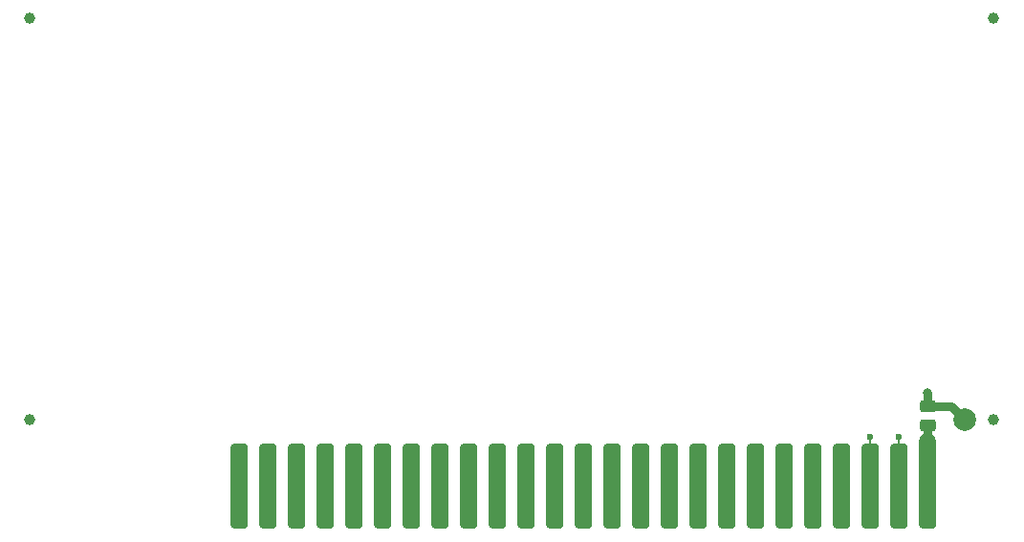
<source format=gtl>
G04 #@! TF.GenerationSoftware,KiCad,Pcbnew,(5.1.2-1)-1*
G04 #@! TF.CreationDate,2019-07-21T10:06:24-04:00*
G04 #@! TF.ProjectId,BUSJUMP,4255534a-554d-4502-9e6b-696361645f70,rev?*
G04 #@! TF.SameCoordinates,Original*
G04 #@! TF.FileFunction,Copper,L1,Top*
G04 #@! TF.FilePolarity,Positive*
%FSLAX46Y46*%
G04 Gerber Fmt 4.6, Leading zero omitted, Abs format (unit mm)*
G04 Created by KiCad (PCBNEW (5.1.2-1)-1) date 2019-07-21 10:06:24*
%MOMM*%
%LPD*%
G04 APERTURE LIST*
%ADD10C,1.000000*%
%ADD11C,0.100000*%
%ADD12C,1.524000*%
%ADD13C,1.050000*%
%ADD14C,2.000000*%
%ADD15C,0.800000*%
%ADD16C,0.600000*%
%ADD17C,1.524000*%
%ADD18C,0.762000*%
%ADD19C,0.152400*%
G04 APERTURE END LIST*
D10*
X117602000Y-129540000D03*
X32258000Y-93980000D03*
X32258000Y-129540000D03*
X117602000Y-93980000D03*
D11*
G36*
X112178345Y-131613835D02*
G01*
X112215329Y-131619321D01*
X112251598Y-131628406D01*
X112286802Y-131641002D01*
X112320602Y-131656988D01*
X112352672Y-131676210D01*
X112382704Y-131698483D01*
X112410408Y-131723592D01*
X112435517Y-131751296D01*
X112457790Y-131781328D01*
X112477012Y-131813398D01*
X112492998Y-131847198D01*
X112505594Y-131882402D01*
X112514679Y-131918671D01*
X112520165Y-131955655D01*
X112522000Y-131993000D01*
X112522000Y-138771000D01*
X112520165Y-138808345D01*
X112514679Y-138845329D01*
X112505594Y-138881598D01*
X112492998Y-138916802D01*
X112477012Y-138950602D01*
X112457790Y-138982672D01*
X112435517Y-139012704D01*
X112410408Y-139040408D01*
X112382704Y-139065517D01*
X112352672Y-139087790D01*
X112320602Y-139107012D01*
X112286802Y-139122998D01*
X112251598Y-139135594D01*
X112215329Y-139144679D01*
X112178345Y-139150165D01*
X112141000Y-139152000D01*
X111379000Y-139152000D01*
X111341655Y-139150165D01*
X111304671Y-139144679D01*
X111268402Y-139135594D01*
X111233198Y-139122998D01*
X111199398Y-139107012D01*
X111167328Y-139087790D01*
X111137296Y-139065517D01*
X111109592Y-139040408D01*
X111084483Y-139012704D01*
X111062210Y-138982672D01*
X111042988Y-138950602D01*
X111027002Y-138916802D01*
X111014406Y-138881598D01*
X111005321Y-138845329D01*
X110999835Y-138808345D01*
X110998000Y-138771000D01*
X110998000Y-131993000D01*
X110999835Y-131955655D01*
X111005321Y-131918671D01*
X111014406Y-131882402D01*
X111027002Y-131847198D01*
X111042988Y-131813398D01*
X111062210Y-131781328D01*
X111084483Y-131751296D01*
X111109592Y-131723592D01*
X111137296Y-131698483D01*
X111167328Y-131676210D01*
X111199398Y-131656988D01*
X111233198Y-131641002D01*
X111268402Y-131628406D01*
X111304671Y-131619321D01*
X111341655Y-131613835D01*
X111379000Y-131612000D01*
X112141000Y-131612000D01*
X112178345Y-131613835D01*
X112178345Y-131613835D01*
G37*
D12*
X111760000Y-135382000D03*
D11*
G36*
X109638345Y-131613835D02*
G01*
X109675329Y-131619321D01*
X109711598Y-131628406D01*
X109746802Y-131641002D01*
X109780602Y-131656988D01*
X109812672Y-131676210D01*
X109842704Y-131698483D01*
X109870408Y-131723592D01*
X109895517Y-131751296D01*
X109917790Y-131781328D01*
X109937012Y-131813398D01*
X109952998Y-131847198D01*
X109965594Y-131882402D01*
X109974679Y-131918671D01*
X109980165Y-131955655D01*
X109982000Y-131993000D01*
X109982000Y-138771000D01*
X109980165Y-138808345D01*
X109974679Y-138845329D01*
X109965594Y-138881598D01*
X109952998Y-138916802D01*
X109937012Y-138950602D01*
X109917790Y-138982672D01*
X109895517Y-139012704D01*
X109870408Y-139040408D01*
X109842704Y-139065517D01*
X109812672Y-139087790D01*
X109780602Y-139107012D01*
X109746802Y-139122998D01*
X109711598Y-139135594D01*
X109675329Y-139144679D01*
X109638345Y-139150165D01*
X109601000Y-139152000D01*
X108839000Y-139152000D01*
X108801655Y-139150165D01*
X108764671Y-139144679D01*
X108728402Y-139135594D01*
X108693198Y-139122998D01*
X108659398Y-139107012D01*
X108627328Y-139087790D01*
X108597296Y-139065517D01*
X108569592Y-139040408D01*
X108544483Y-139012704D01*
X108522210Y-138982672D01*
X108502988Y-138950602D01*
X108487002Y-138916802D01*
X108474406Y-138881598D01*
X108465321Y-138845329D01*
X108459835Y-138808345D01*
X108458000Y-138771000D01*
X108458000Y-131993000D01*
X108459835Y-131955655D01*
X108465321Y-131918671D01*
X108474406Y-131882402D01*
X108487002Y-131847198D01*
X108502988Y-131813398D01*
X108522210Y-131781328D01*
X108544483Y-131751296D01*
X108569592Y-131723592D01*
X108597296Y-131698483D01*
X108627328Y-131676210D01*
X108659398Y-131656988D01*
X108693198Y-131641002D01*
X108728402Y-131628406D01*
X108764671Y-131619321D01*
X108801655Y-131613835D01*
X108839000Y-131612000D01*
X109601000Y-131612000D01*
X109638345Y-131613835D01*
X109638345Y-131613835D01*
G37*
D12*
X109220000Y-135382000D03*
D11*
G36*
X107098345Y-131613835D02*
G01*
X107135329Y-131619321D01*
X107171598Y-131628406D01*
X107206802Y-131641002D01*
X107240602Y-131656988D01*
X107272672Y-131676210D01*
X107302704Y-131698483D01*
X107330408Y-131723592D01*
X107355517Y-131751296D01*
X107377790Y-131781328D01*
X107397012Y-131813398D01*
X107412998Y-131847198D01*
X107425594Y-131882402D01*
X107434679Y-131918671D01*
X107440165Y-131955655D01*
X107442000Y-131993000D01*
X107442000Y-138771000D01*
X107440165Y-138808345D01*
X107434679Y-138845329D01*
X107425594Y-138881598D01*
X107412998Y-138916802D01*
X107397012Y-138950602D01*
X107377790Y-138982672D01*
X107355517Y-139012704D01*
X107330408Y-139040408D01*
X107302704Y-139065517D01*
X107272672Y-139087790D01*
X107240602Y-139107012D01*
X107206802Y-139122998D01*
X107171598Y-139135594D01*
X107135329Y-139144679D01*
X107098345Y-139150165D01*
X107061000Y-139152000D01*
X106299000Y-139152000D01*
X106261655Y-139150165D01*
X106224671Y-139144679D01*
X106188402Y-139135594D01*
X106153198Y-139122998D01*
X106119398Y-139107012D01*
X106087328Y-139087790D01*
X106057296Y-139065517D01*
X106029592Y-139040408D01*
X106004483Y-139012704D01*
X105982210Y-138982672D01*
X105962988Y-138950602D01*
X105947002Y-138916802D01*
X105934406Y-138881598D01*
X105925321Y-138845329D01*
X105919835Y-138808345D01*
X105918000Y-138771000D01*
X105918000Y-131993000D01*
X105919835Y-131955655D01*
X105925321Y-131918671D01*
X105934406Y-131882402D01*
X105947002Y-131847198D01*
X105962988Y-131813398D01*
X105982210Y-131781328D01*
X106004483Y-131751296D01*
X106029592Y-131723592D01*
X106057296Y-131698483D01*
X106087328Y-131676210D01*
X106119398Y-131656988D01*
X106153198Y-131641002D01*
X106188402Y-131628406D01*
X106224671Y-131619321D01*
X106261655Y-131613835D01*
X106299000Y-131612000D01*
X107061000Y-131612000D01*
X107098345Y-131613835D01*
X107098345Y-131613835D01*
G37*
D12*
X106680000Y-135382000D03*
D11*
G36*
X104558345Y-131613835D02*
G01*
X104595329Y-131619321D01*
X104631598Y-131628406D01*
X104666802Y-131641002D01*
X104700602Y-131656988D01*
X104732672Y-131676210D01*
X104762704Y-131698483D01*
X104790408Y-131723592D01*
X104815517Y-131751296D01*
X104837790Y-131781328D01*
X104857012Y-131813398D01*
X104872998Y-131847198D01*
X104885594Y-131882402D01*
X104894679Y-131918671D01*
X104900165Y-131955655D01*
X104902000Y-131993000D01*
X104902000Y-138771000D01*
X104900165Y-138808345D01*
X104894679Y-138845329D01*
X104885594Y-138881598D01*
X104872998Y-138916802D01*
X104857012Y-138950602D01*
X104837790Y-138982672D01*
X104815517Y-139012704D01*
X104790408Y-139040408D01*
X104762704Y-139065517D01*
X104732672Y-139087790D01*
X104700602Y-139107012D01*
X104666802Y-139122998D01*
X104631598Y-139135594D01*
X104595329Y-139144679D01*
X104558345Y-139150165D01*
X104521000Y-139152000D01*
X103759000Y-139152000D01*
X103721655Y-139150165D01*
X103684671Y-139144679D01*
X103648402Y-139135594D01*
X103613198Y-139122998D01*
X103579398Y-139107012D01*
X103547328Y-139087790D01*
X103517296Y-139065517D01*
X103489592Y-139040408D01*
X103464483Y-139012704D01*
X103442210Y-138982672D01*
X103422988Y-138950602D01*
X103407002Y-138916802D01*
X103394406Y-138881598D01*
X103385321Y-138845329D01*
X103379835Y-138808345D01*
X103378000Y-138771000D01*
X103378000Y-131993000D01*
X103379835Y-131955655D01*
X103385321Y-131918671D01*
X103394406Y-131882402D01*
X103407002Y-131847198D01*
X103422988Y-131813398D01*
X103442210Y-131781328D01*
X103464483Y-131751296D01*
X103489592Y-131723592D01*
X103517296Y-131698483D01*
X103547328Y-131676210D01*
X103579398Y-131656988D01*
X103613198Y-131641002D01*
X103648402Y-131628406D01*
X103684671Y-131619321D01*
X103721655Y-131613835D01*
X103759000Y-131612000D01*
X104521000Y-131612000D01*
X104558345Y-131613835D01*
X104558345Y-131613835D01*
G37*
D12*
X104140000Y-135382000D03*
D11*
G36*
X102018345Y-131613835D02*
G01*
X102055329Y-131619321D01*
X102091598Y-131628406D01*
X102126802Y-131641002D01*
X102160602Y-131656988D01*
X102192672Y-131676210D01*
X102222704Y-131698483D01*
X102250408Y-131723592D01*
X102275517Y-131751296D01*
X102297790Y-131781328D01*
X102317012Y-131813398D01*
X102332998Y-131847198D01*
X102345594Y-131882402D01*
X102354679Y-131918671D01*
X102360165Y-131955655D01*
X102362000Y-131993000D01*
X102362000Y-138771000D01*
X102360165Y-138808345D01*
X102354679Y-138845329D01*
X102345594Y-138881598D01*
X102332998Y-138916802D01*
X102317012Y-138950602D01*
X102297790Y-138982672D01*
X102275517Y-139012704D01*
X102250408Y-139040408D01*
X102222704Y-139065517D01*
X102192672Y-139087790D01*
X102160602Y-139107012D01*
X102126802Y-139122998D01*
X102091598Y-139135594D01*
X102055329Y-139144679D01*
X102018345Y-139150165D01*
X101981000Y-139152000D01*
X101219000Y-139152000D01*
X101181655Y-139150165D01*
X101144671Y-139144679D01*
X101108402Y-139135594D01*
X101073198Y-139122998D01*
X101039398Y-139107012D01*
X101007328Y-139087790D01*
X100977296Y-139065517D01*
X100949592Y-139040408D01*
X100924483Y-139012704D01*
X100902210Y-138982672D01*
X100882988Y-138950602D01*
X100867002Y-138916802D01*
X100854406Y-138881598D01*
X100845321Y-138845329D01*
X100839835Y-138808345D01*
X100838000Y-138771000D01*
X100838000Y-131993000D01*
X100839835Y-131955655D01*
X100845321Y-131918671D01*
X100854406Y-131882402D01*
X100867002Y-131847198D01*
X100882988Y-131813398D01*
X100902210Y-131781328D01*
X100924483Y-131751296D01*
X100949592Y-131723592D01*
X100977296Y-131698483D01*
X101007328Y-131676210D01*
X101039398Y-131656988D01*
X101073198Y-131641002D01*
X101108402Y-131628406D01*
X101144671Y-131619321D01*
X101181655Y-131613835D01*
X101219000Y-131612000D01*
X101981000Y-131612000D01*
X102018345Y-131613835D01*
X102018345Y-131613835D01*
G37*
D12*
X101600000Y-135382000D03*
D11*
G36*
X99478345Y-131613835D02*
G01*
X99515329Y-131619321D01*
X99551598Y-131628406D01*
X99586802Y-131641002D01*
X99620602Y-131656988D01*
X99652672Y-131676210D01*
X99682704Y-131698483D01*
X99710408Y-131723592D01*
X99735517Y-131751296D01*
X99757790Y-131781328D01*
X99777012Y-131813398D01*
X99792998Y-131847198D01*
X99805594Y-131882402D01*
X99814679Y-131918671D01*
X99820165Y-131955655D01*
X99822000Y-131993000D01*
X99822000Y-138771000D01*
X99820165Y-138808345D01*
X99814679Y-138845329D01*
X99805594Y-138881598D01*
X99792998Y-138916802D01*
X99777012Y-138950602D01*
X99757790Y-138982672D01*
X99735517Y-139012704D01*
X99710408Y-139040408D01*
X99682704Y-139065517D01*
X99652672Y-139087790D01*
X99620602Y-139107012D01*
X99586802Y-139122998D01*
X99551598Y-139135594D01*
X99515329Y-139144679D01*
X99478345Y-139150165D01*
X99441000Y-139152000D01*
X98679000Y-139152000D01*
X98641655Y-139150165D01*
X98604671Y-139144679D01*
X98568402Y-139135594D01*
X98533198Y-139122998D01*
X98499398Y-139107012D01*
X98467328Y-139087790D01*
X98437296Y-139065517D01*
X98409592Y-139040408D01*
X98384483Y-139012704D01*
X98362210Y-138982672D01*
X98342988Y-138950602D01*
X98327002Y-138916802D01*
X98314406Y-138881598D01*
X98305321Y-138845329D01*
X98299835Y-138808345D01*
X98298000Y-138771000D01*
X98298000Y-131993000D01*
X98299835Y-131955655D01*
X98305321Y-131918671D01*
X98314406Y-131882402D01*
X98327002Y-131847198D01*
X98342988Y-131813398D01*
X98362210Y-131781328D01*
X98384483Y-131751296D01*
X98409592Y-131723592D01*
X98437296Y-131698483D01*
X98467328Y-131676210D01*
X98499398Y-131656988D01*
X98533198Y-131641002D01*
X98568402Y-131628406D01*
X98604671Y-131619321D01*
X98641655Y-131613835D01*
X98679000Y-131612000D01*
X99441000Y-131612000D01*
X99478345Y-131613835D01*
X99478345Y-131613835D01*
G37*
D12*
X99060000Y-135382000D03*
D11*
G36*
X96938345Y-131613835D02*
G01*
X96975329Y-131619321D01*
X97011598Y-131628406D01*
X97046802Y-131641002D01*
X97080602Y-131656988D01*
X97112672Y-131676210D01*
X97142704Y-131698483D01*
X97170408Y-131723592D01*
X97195517Y-131751296D01*
X97217790Y-131781328D01*
X97237012Y-131813398D01*
X97252998Y-131847198D01*
X97265594Y-131882402D01*
X97274679Y-131918671D01*
X97280165Y-131955655D01*
X97282000Y-131993000D01*
X97282000Y-138771000D01*
X97280165Y-138808345D01*
X97274679Y-138845329D01*
X97265594Y-138881598D01*
X97252998Y-138916802D01*
X97237012Y-138950602D01*
X97217790Y-138982672D01*
X97195517Y-139012704D01*
X97170408Y-139040408D01*
X97142704Y-139065517D01*
X97112672Y-139087790D01*
X97080602Y-139107012D01*
X97046802Y-139122998D01*
X97011598Y-139135594D01*
X96975329Y-139144679D01*
X96938345Y-139150165D01*
X96901000Y-139152000D01*
X96139000Y-139152000D01*
X96101655Y-139150165D01*
X96064671Y-139144679D01*
X96028402Y-139135594D01*
X95993198Y-139122998D01*
X95959398Y-139107012D01*
X95927328Y-139087790D01*
X95897296Y-139065517D01*
X95869592Y-139040408D01*
X95844483Y-139012704D01*
X95822210Y-138982672D01*
X95802988Y-138950602D01*
X95787002Y-138916802D01*
X95774406Y-138881598D01*
X95765321Y-138845329D01*
X95759835Y-138808345D01*
X95758000Y-138771000D01*
X95758000Y-131993000D01*
X95759835Y-131955655D01*
X95765321Y-131918671D01*
X95774406Y-131882402D01*
X95787002Y-131847198D01*
X95802988Y-131813398D01*
X95822210Y-131781328D01*
X95844483Y-131751296D01*
X95869592Y-131723592D01*
X95897296Y-131698483D01*
X95927328Y-131676210D01*
X95959398Y-131656988D01*
X95993198Y-131641002D01*
X96028402Y-131628406D01*
X96064671Y-131619321D01*
X96101655Y-131613835D01*
X96139000Y-131612000D01*
X96901000Y-131612000D01*
X96938345Y-131613835D01*
X96938345Y-131613835D01*
G37*
D12*
X96520000Y-135382000D03*
D11*
G36*
X94398345Y-131613835D02*
G01*
X94435329Y-131619321D01*
X94471598Y-131628406D01*
X94506802Y-131641002D01*
X94540602Y-131656988D01*
X94572672Y-131676210D01*
X94602704Y-131698483D01*
X94630408Y-131723592D01*
X94655517Y-131751296D01*
X94677790Y-131781328D01*
X94697012Y-131813398D01*
X94712998Y-131847198D01*
X94725594Y-131882402D01*
X94734679Y-131918671D01*
X94740165Y-131955655D01*
X94742000Y-131993000D01*
X94742000Y-138771000D01*
X94740165Y-138808345D01*
X94734679Y-138845329D01*
X94725594Y-138881598D01*
X94712998Y-138916802D01*
X94697012Y-138950602D01*
X94677790Y-138982672D01*
X94655517Y-139012704D01*
X94630408Y-139040408D01*
X94602704Y-139065517D01*
X94572672Y-139087790D01*
X94540602Y-139107012D01*
X94506802Y-139122998D01*
X94471598Y-139135594D01*
X94435329Y-139144679D01*
X94398345Y-139150165D01*
X94361000Y-139152000D01*
X93599000Y-139152000D01*
X93561655Y-139150165D01*
X93524671Y-139144679D01*
X93488402Y-139135594D01*
X93453198Y-139122998D01*
X93419398Y-139107012D01*
X93387328Y-139087790D01*
X93357296Y-139065517D01*
X93329592Y-139040408D01*
X93304483Y-139012704D01*
X93282210Y-138982672D01*
X93262988Y-138950602D01*
X93247002Y-138916802D01*
X93234406Y-138881598D01*
X93225321Y-138845329D01*
X93219835Y-138808345D01*
X93218000Y-138771000D01*
X93218000Y-131993000D01*
X93219835Y-131955655D01*
X93225321Y-131918671D01*
X93234406Y-131882402D01*
X93247002Y-131847198D01*
X93262988Y-131813398D01*
X93282210Y-131781328D01*
X93304483Y-131751296D01*
X93329592Y-131723592D01*
X93357296Y-131698483D01*
X93387328Y-131676210D01*
X93419398Y-131656988D01*
X93453198Y-131641002D01*
X93488402Y-131628406D01*
X93524671Y-131619321D01*
X93561655Y-131613835D01*
X93599000Y-131612000D01*
X94361000Y-131612000D01*
X94398345Y-131613835D01*
X94398345Y-131613835D01*
G37*
D12*
X93980000Y-135382000D03*
D11*
G36*
X91858345Y-131613835D02*
G01*
X91895329Y-131619321D01*
X91931598Y-131628406D01*
X91966802Y-131641002D01*
X92000602Y-131656988D01*
X92032672Y-131676210D01*
X92062704Y-131698483D01*
X92090408Y-131723592D01*
X92115517Y-131751296D01*
X92137790Y-131781328D01*
X92157012Y-131813398D01*
X92172998Y-131847198D01*
X92185594Y-131882402D01*
X92194679Y-131918671D01*
X92200165Y-131955655D01*
X92202000Y-131993000D01*
X92202000Y-138771000D01*
X92200165Y-138808345D01*
X92194679Y-138845329D01*
X92185594Y-138881598D01*
X92172998Y-138916802D01*
X92157012Y-138950602D01*
X92137790Y-138982672D01*
X92115517Y-139012704D01*
X92090408Y-139040408D01*
X92062704Y-139065517D01*
X92032672Y-139087790D01*
X92000602Y-139107012D01*
X91966802Y-139122998D01*
X91931598Y-139135594D01*
X91895329Y-139144679D01*
X91858345Y-139150165D01*
X91821000Y-139152000D01*
X91059000Y-139152000D01*
X91021655Y-139150165D01*
X90984671Y-139144679D01*
X90948402Y-139135594D01*
X90913198Y-139122998D01*
X90879398Y-139107012D01*
X90847328Y-139087790D01*
X90817296Y-139065517D01*
X90789592Y-139040408D01*
X90764483Y-139012704D01*
X90742210Y-138982672D01*
X90722988Y-138950602D01*
X90707002Y-138916802D01*
X90694406Y-138881598D01*
X90685321Y-138845329D01*
X90679835Y-138808345D01*
X90678000Y-138771000D01*
X90678000Y-131993000D01*
X90679835Y-131955655D01*
X90685321Y-131918671D01*
X90694406Y-131882402D01*
X90707002Y-131847198D01*
X90722988Y-131813398D01*
X90742210Y-131781328D01*
X90764483Y-131751296D01*
X90789592Y-131723592D01*
X90817296Y-131698483D01*
X90847328Y-131676210D01*
X90879398Y-131656988D01*
X90913198Y-131641002D01*
X90948402Y-131628406D01*
X90984671Y-131619321D01*
X91021655Y-131613835D01*
X91059000Y-131612000D01*
X91821000Y-131612000D01*
X91858345Y-131613835D01*
X91858345Y-131613835D01*
G37*
D12*
X91440000Y-135382000D03*
D11*
G36*
X89318345Y-131613835D02*
G01*
X89355329Y-131619321D01*
X89391598Y-131628406D01*
X89426802Y-131641002D01*
X89460602Y-131656988D01*
X89492672Y-131676210D01*
X89522704Y-131698483D01*
X89550408Y-131723592D01*
X89575517Y-131751296D01*
X89597790Y-131781328D01*
X89617012Y-131813398D01*
X89632998Y-131847198D01*
X89645594Y-131882402D01*
X89654679Y-131918671D01*
X89660165Y-131955655D01*
X89662000Y-131993000D01*
X89662000Y-138771000D01*
X89660165Y-138808345D01*
X89654679Y-138845329D01*
X89645594Y-138881598D01*
X89632998Y-138916802D01*
X89617012Y-138950602D01*
X89597790Y-138982672D01*
X89575517Y-139012704D01*
X89550408Y-139040408D01*
X89522704Y-139065517D01*
X89492672Y-139087790D01*
X89460602Y-139107012D01*
X89426802Y-139122998D01*
X89391598Y-139135594D01*
X89355329Y-139144679D01*
X89318345Y-139150165D01*
X89281000Y-139152000D01*
X88519000Y-139152000D01*
X88481655Y-139150165D01*
X88444671Y-139144679D01*
X88408402Y-139135594D01*
X88373198Y-139122998D01*
X88339398Y-139107012D01*
X88307328Y-139087790D01*
X88277296Y-139065517D01*
X88249592Y-139040408D01*
X88224483Y-139012704D01*
X88202210Y-138982672D01*
X88182988Y-138950602D01*
X88167002Y-138916802D01*
X88154406Y-138881598D01*
X88145321Y-138845329D01*
X88139835Y-138808345D01*
X88138000Y-138771000D01*
X88138000Y-131993000D01*
X88139835Y-131955655D01*
X88145321Y-131918671D01*
X88154406Y-131882402D01*
X88167002Y-131847198D01*
X88182988Y-131813398D01*
X88202210Y-131781328D01*
X88224483Y-131751296D01*
X88249592Y-131723592D01*
X88277296Y-131698483D01*
X88307328Y-131676210D01*
X88339398Y-131656988D01*
X88373198Y-131641002D01*
X88408402Y-131628406D01*
X88444671Y-131619321D01*
X88481655Y-131613835D01*
X88519000Y-131612000D01*
X89281000Y-131612000D01*
X89318345Y-131613835D01*
X89318345Y-131613835D01*
G37*
D12*
X88900000Y-135382000D03*
D11*
G36*
X86778345Y-131613835D02*
G01*
X86815329Y-131619321D01*
X86851598Y-131628406D01*
X86886802Y-131641002D01*
X86920602Y-131656988D01*
X86952672Y-131676210D01*
X86982704Y-131698483D01*
X87010408Y-131723592D01*
X87035517Y-131751296D01*
X87057790Y-131781328D01*
X87077012Y-131813398D01*
X87092998Y-131847198D01*
X87105594Y-131882402D01*
X87114679Y-131918671D01*
X87120165Y-131955655D01*
X87122000Y-131993000D01*
X87122000Y-138771000D01*
X87120165Y-138808345D01*
X87114679Y-138845329D01*
X87105594Y-138881598D01*
X87092998Y-138916802D01*
X87077012Y-138950602D01*
X87057790Y-138982672D01*
X87035517Y-139012704D01*
X87010408Y-139040408D01*
X86982704Y-139065517D01*
X86952672Y-139087790D01*
X86920602Y-139107012D01*
X86886802Y-139122998D01*
X86851598Y-139135594D01*
X86815329Y-139144679D01*
X86778345Y-139150165D01*
X86741000Y-139152000D01*
X85979000Y-139152000D01*
X85941655Y-139150165D01*
X85904671Y-139144679D01*
X85868402Y-139135594D01*
X85833198Y-139122998D01*
X85799398Y-139107012D01*
X85767328Y-139087790D01*
X85737296Y-139065517D01*
X85709592Y-139040408D01*
X85684483Y-139012704D01*
X85662210Y-138982672D01*
X85642988Y-138950602D01*
X85627002Y-138916802D01*
X85614406Y-138881598D01*
X85605321Y-138845329D01*
X85599835Y-138808345D01*
X85598000Y-138771000D01*
X85598000Y-131993000D01*
X85599835Y-131955655D01*
X85605321Y-131918671D01*
X85614406Y-131882402D01*
X85627002Y-131847198D01*
X85642988Y-131813398D01*
X85662210Y-131781328D01*
X85684483Y-131751296D01*
X85709592Y-131723592D01*
X85737296Y-131698483D01*
X85767328Y-131676210D01*
X85799398Y-131656988D01*
X85833198Y-131641002D01*
X85868402Y-131628406D01*
X85904671Y-131619321D01*
X85941655Y-131613835D01*
X85979000Y-131612000D01*
X86741000Y-131612000D01*
X86778345Y-131613835D01*
X86778345Y-131613835D01*
G37*
D12*
X86360000Y-135382000D03*
D11*
G36*
X84238345Y-131613835D02*
G01*
X84275329Y-131619321D01*
X84311598Y-131628406D01*
X84346802Y-131641002D01*
X84380602Y-131656988D01*
X84412672Y-131676210D01*
X84442704Y-131698483D01*
X84470408Y-131723592D01*
X84495517Y-131751296D01*
X84517790Y-131781328D01*
X84537012Y-131813398D01*
X84552998Y-131847198D01*
X84565594Y-131882402D01*
X84574679Y-131918671D01*
X84580165Y-131955655D01*
X84582000Y-131993000D01*
X84582000Y-138771000D01*
X84580165Y-138808345D01*
X84574679Y-138845329D01*
X84565594Y-138881598D01*
X84552998Y-138916802D01*
X84537012Y-138950602D01*
X84517790Y-138982672D01*
X84495517Y-139012704D01*
X84470408Y-139040408D01*
X84442704Y-139065517D01*
X84412672Y-139087790D01*
X84380602Y-139107012D01*
X84346802Y-139122998D01*
X84311598Y-139135594D01*
X84275329Y-139144679D01*
X84238345Y-139150165D01*
X84201000Y-139152000D01*
X83439000Y-139152000D01*
X83401655Y-139150165D01*
X83364671Y-139144679D01*
X83328402Y-139135594D01*
X83293198Y-139122998D01*
X83259398Y-139107012D01*
X83227328Y-139087790D01*
X83197296Y-139065517D01*
X83169592Y-139040408D01*
X83144483Y-139012704D01*
X83122210Y-138982672D01*
X83102988Y-138950602D01*
X83087002Y-138916802D01*
X83074406Y-138881598D01*
X83065321Y-138845329D01*
X83059835Y-138808345D01*
X83058000Y-138771000D01*
X83058000Y-131993000D01*
X83059835Y-131955655D01*
X83065321Y-131918671D01*
X83074406Y-131882402D01*
X83087002Y-131847198D01*
X83102988Y-131813398D01*
X83122210Y-131781328D01*
X83144483Y-131751296D01*
X83169592Y-131723592D01*
X83197296Y-131698483D01*
X83227328Y-131676210D01*
X83259398Y-131656988D01*
X83293198Y-131641002D01*
X83328402Y-131628406D01*
X83364671Y-131619321D01*
X83401655Y-131613835D01*
X83439000Y-131612000D01*
X84201000Y-131612000D01*
X84238345Y-131613835D01*
X84238345Y-131613835D01*
G37*
D12*
X83820000Y-135382000D03*
D11*
G36*
X81698345Y-131613835D02*
G01*
X81735329Y-131619321D01*
X81771598Y-131628406D01*
X81806802Y-131641002D01*
X81840602Y-131656988D01*
X81872672Y-131676210D01*
X81902704Y-131698483D01*
X81930408Y-131723592D01*
X81955517Y-131751296D01*
X81977790Y-131781328D01*
X81997012Y-131813398D01*
X82012998Y-131847198D01*
X82025594Y-131882402D01*
X82034679Y-131918671D01*
X82040165Y-131955655D01*
X82042000Y-131993000D01*
X82042000Y-138771000D01*
X82040165Y-138808345D01*
X82034679Y-138845329D01*
X82025594Y-138881598D01*
X82012998Y-138916802D01*
X81997012Y-138950602D01*
X81977790Y-138982672D01*
X81955517Y-139012704D01*
X81930408Y-139040408D01*
X81902704Y-139065517D01*
X81872672Y-139087790D01*
X81840602Y-139107012D01*
X81806802Y-139122998D01*
X81771598Y-139135594D01*
X81735329Y-139144679D01*
X81698345Y-139150165D01*
X81661000Y-139152000D01*
X80899000Y-139152000D01*
X80861655Y-139150165D01*
X80824671Y-139144679D01*
X80788402Y-139135594D01*
X80753198Y-139122998D01*
X80719398Y-139107012D01*
X80687328Y-139087790D01*
X80657296Y-139065517D01*
X80629592Y-139040408D01*
X80604483Y-139012704D01*
X80582210Y-138982672D01*
X80562988Y-138950602D01*
X80547002Y-138916802D01*
X80534406Y-138881598D01*
X80525321Y-138845329D01*
X80519835Y-138808345D01*
X80518000Y-138771000D01*
X80518000Y-131993000D01*
X80519835Y-131955655D01*
X80525321Y-131918671D01*
X80534406Y-131882402D01*
X80547002Y-131847198D01*
X80562988Y-131813398D01*
X80582210Y-131781328D01*
X80604483Y-131751296D01*
X80629592Y-131723592D01*
X80657296Y-131698483D01*
X80687328Y-131676210D01*
X80719398Y-131656988D01*
X80753198Y-131641002D01*
X80788402Y-131628406D01*
X80824671Y-131619321D01*
X80861655Y-131613835D01*
X80899000Y-131612000D01*
X81661000Y-131612000D01*
X81698345Y-131613835D01*
X81698345Y-131613835D01*
G37*
D12*
X81280000Y-135382000D03*
D11*
G36*
X79158345Y-131613835D02*
G01*
X79195329Y-131619321D01*
X79231598Y-131628406D01*
X79266802Y-131641002D01*
X79300602Y-131656988D01*
X79332672Y-131676210D01*
X79362704Y-131698483D01*
X79390408Y-131723592D01*
X79415517Y-131751296D01*
X79437790Y-131781328D01*
X79457012Y-131813398D01*
X79472998Y-131847198D01*
X79485594Y-131882402D01*
X79494679Y-131918671D01*
X79500165Y-131955655D01*
X79502000Y-131993000D01*
X79502000Y-138771000D01*
X79500165Y-138808345D01*
X79494679Y-138845329D01*
X79485594Y-138881598D01*
X79472998Y-138916802D01*
X79457012Y-138950602D01*
X79437790Y-138982672D01*
X79415517Y-139012704D01*
X79390408Y-139040408D01*
X79362704Y-139065517D01*
X79332672Y-139087790D01*
X79300602Y-139107012D01*
X79266802Y-139122998D01*
X79231598Y-139135594D01*
X79195329Y-139144679D01*
X79158345Y-139150165D01*
X79121000Y-139152000D01*
X78359000Y-139152000D01*
X78321655Y-139150165D01*
X78284671Y-139144679D01*
X78248402Y-139135594D01*
X78213198Y-139122998D01*
X78179398Y-139107012D01*
X78147328Y-139087790D01*
X78117296Y-139065517D01*
X78089592Y-139040408D01*
X78064483Y-139012704D01*
X78042210Y-138982672D01*
X78022988Y-138950602D01*
X78007002Y-138916802D01*
X77994406Y-138881598D01*
X77985321Y-138845329D01*
X77979835Y-138808345D01*
X77978000Y-138771000D01*
X77978000Y-131993000D01*
X77979835Y-131955655D01*
X77985321Y-131918671D01*
X77994406Y-131882402D01*
X78007002Y-131847198D01*
X78022988Y-131813398D01*
X78042210Y-131781328D01*
X78064483Y-131751296D01*
X78089592Y-131723592D01*
X78117296Y-131698483D01*
X78147328Y-131676210D01*
X78179398Y-131656988D01*
X78213198Y-131641002D01*
X78248402Y-131628406D01*
X78284671Y-131619321D01*
X78321655Y-131613835D01*
X78359000Y-131612000D01*
X79121000Y-131612000D01*
X79158345Y-131613835D01*
X79158345Y-131613835D01*
G37*
D12*
X78740000Y-135382000D03*
D11*
G36*
X76618345Y-131613835D02*
G01*
X76655329Y-131619321D01*
X76691598Y-131628406D01*
X76726802Y-131641002D01*
X76760602Y-131656988D01*
X76792672Y-131676210D01*
X76822704Y-131698483D01*
X76850408Y-131723592D01*
X76875517Y-131751296D01*
X76897790Y-131781328D01*
X76917012Y-131813398D01*
X76932998Y-131847198D01*
X76945594Y-131882402D01*
X76954679Y-131918671D01*
X76960165Y-131955655D01*
X76962000Y-131993000D01*
X76962000Y-138771000D01*
X76960165Y-138808345D01*
X76954679Y-138845329D01*
X76945594Y-138881598D01*
X76932998Y-138916802D01*
X76917012Y-138950602D01*
X76897790Y-138982672D01*
X76875517Y-139012704D01*
X76850408Y-139040408D01*
X76822704Y-139065517D01*
X76792672Y-139087790D01*
X76760602Y-139107012D01*
X76726802Y-139122998D01*
X76691598Y-139135594D01*
X76655329Y-139144679D01*
X76618345Y-139150165D01*
X76581000Y-139152000D01*
X75819000Y-139152000D01*
X75781655Y-139150165D01*
X75744671Y-139144679D01*
X75708402Y-139135594D01*
X75673198Y-139122998D01*
X75639398Y-139107012D01*
X75607328Y-139087790D01*
X75577296Y-139065517D01*
X75549592Y-139040408D01*
X75524483Y-139012704D01*
X75502210Y-138982672D01*
X75482988Y-138950602D01*
X75467002Y-138916802D01*
X75454406Y-138881598D01*
X75445321Y-138845329D01*
X75439835Y-138808345D01*
X75438000Y-138771000D01*
X75438000Y-131993000D01*
X75439835Y-131955655D01*
X75445321Y-131918671D01*
X75454406Y-131882402D01*
X75467002Y-131847198D01*
X75482988Y-131813398D01*
X75502210Y-131781328D01*
X75524483Y-131751296D01*
X75549592Y-131723592D01*
X75577296Y-131698483D01*
X75607328Y-131676210D01*
X75639398Y-131656988D01*
X75673198Y-131641002D01*
X75708402Y-131628406D01*
X75744671Y-131619321D01*
X75781655Y-131613835D01*
X75819000Y-131612000D01*
X76581000Y-131612000D01*
X76618345Y-131613835D01*
X76618345Y-131613835D01*
G37*
D12*
X76200000Y-135382000D03*
D11*
G36*
X74078345Y-131613835D02*
G01*
X74115329Y-131619321D01*
X74151598Y-131628406D01*
X74186802Y-131641002D01*
X74220602Y-131656988D01*
X74252672Y-131676210D01*
X74282704Y-131698483D01*
X74310408Y-131723592D01*
X74335517Y-131751296D01*
X74357790Y-131781328D01*
X74377012Y-131813398D01*
X74392998Y-131847198D01*
X74405594Y-131882402D01*
X74414679Y-131918671D01*
X74420165Y-131955655D01*
X74422000Y-131993000D01*
X74422000Y-138771000D01*
X74420165Y-138808345D01*
X74414679Y-138845329D01*
X74405594Y-138881598D01*
X74392998Y-138916802D01*
X74377012Y-138950602D01*
X74357790Y-138982672D01*
X74335517Y-139012704D01*
X74310408Y-139040408D01*
X74282704Y-139065517D01*
X74252672Y-139087790D01*
X74220602Y-139107012D01*
X74186802Y-139122998D01*
X74151598Y-139135594D01*
X74115329Y-139144679D01*
X74078345Y-139150165D01*
X74041000Y-139152000D01*
X73279000Y-139152000D01*
X73241655Y-139150165D01*
X73204671Y-139144679D01*
X73168402Y-139135594D01*
X73133198Y-139122998D01*
X73099398Y-139107012D01*
X73067328Y-139087790D01*
X73037296Y-139065517D01*
X73009592Y-139040408D01*
X72984483Y-139012704D01*
X72962210Y-138982672D01*
X72942988Y-138950602D01*
X72927002Y-138916802D01*
X72914406Y-138881598D01*
X72905321Y-138845329D01*
X72899835Y-138808345D01*
X72898000Y-138771000D01*
X72898000Y-131993000D01*
X72899835Y-131955655D01*
X72905321Y-131918671D01*
X72914406Y-131882402D01*
X72927002Y-131847198D01*
X72942988Y-131813398D01*
X72962210Y-131781328D01*
X72984483Y-131751296D01*
X73009592Y-131723592D01*
X73037296Y-131698483D01*
X73067328Y-131676210D01*
X73099398Y-131656988D01*
X73133198Y-131641002D01*
X73168402Y-131628406D01*
X73204671Y-131619321D01*
X73241655Y-131613835D01*
X73279000Y-131612000D01*
X74041000Y-131612000D01*
X74078345Y-131613835D01*
X74078345Y-131613835D01*
G37*
D12*
X73660000Y-135382000D03*
D11*
G36*
X71538345Y-131613835D02*
G01*
X71575329Y-131619321D01*
X71611598Y-131628406D01*
X71646802Y-131641002D01*
X71680602Y-131656988D01*
X71712672Y-131676210D01*
X71742704Y-131698483D01*
X71770408Y-131723592D01*
X71795517Y-131751296D01*
X71817790Y-131781328D01*
X71837012Y-131813398D01*
X71852998Y-131847198D01*
X71865594Y-131882402D01*
X71874679Y-131918671D01*
X71880165Y-131955655D01*
X71882000Y-131993000D01*
X71882000Y-138771000D01*
X71880165Y-138808345D01*
X71874679Y-138845329D01*
X71865594Y-138881598D01*
X71852998Y-138916802D01*
X71837012Y-138950602D01*
X71817790Y-138982672D01*
X71795517Y-139012704D01*
X71770408Y-139040408D01*
X71742704Y-139065517D01*
X71712672Y-139087790D01*
X71680602Y-139107012D01*
X71646802Y-139122998D01*
X71611598Y-139135594D01*
X71575329Y-139144679D01*
X71538345Y-139150165D01*
X71501000Y-139152000D01*
X70739000Y-139152000D01*
X70701655Y-139150165D01*
X70664671Y-139144679D01*
X70628402Y-139135594D01*
X70593198Y-139122998D01*
X70559398Y-139107012D01*
X70527328Y-139087790D01*
X70497296Y-139065517D01*
X70469592Y-139040408D01*
X70444483Y-139012704D01*
X70422210Y-138982672D01*
X70402988Y-138950602D01*
X70387002Y-138916802D01*
X70374406Y-138881598D01*
X70365321Y-138845329D01*
X70359835Y-138808345D01*
X70358000Y-138771000D01*
X70358000Y-131993000D01*
X70359835Y-131955655D01*
X70365321Y-131918671D01*
X70374406Y-131882402D01*
X70387002Y-131847198D01*
X70402988Y-131813398D01*
X70422210Y-131781328D01*
X70444483Y-131751296D01*
X70469592Y-131723592D01*
X70497296Y-131698483D01*
X70527328Y-131676210D01*
X70559398Y-131656988D01*
X70593198Y-131641002D01*
X70628402Y-131628406D01*
X70664671Y-131619321D01*
X70701655Y-131613835D01*
X70739000Y-131612000D01*
X71501000Y-131612000D01*
X71538345Y-131613835D01*
X71538345Y-131613835D01*
G37*
D12*
X71120000Y-135382000D03*
D11*
G36*
X68998345Y-131613835D02*
G01*
X69035329Y-131619321D01*
X69071598Y-131628406D01*
X69106802Y-131641002D01*
X69140602Y-131656988D01*
X69172672Y-131676210D01*
X69202704Y-131698483D01*
X69230408Y-131723592D01*
X69255517Y-131751296D01*
X69277790Y-131781328D01*
X69297012Y-131813398D01*
X69312998Y-131847198D01*
X69325594Y-131882402D01*
X69334679Y-131918671D01*
X69340165Y-131955655D01*
X69342000Y-131993000D01*
X69342000Y-138771000D01*
X69340165Y-138808345D01*
X69334679Y-138845329D01*
X69325594Y-138881598D01*
X69312998Y-138916802D01*
X69297012Y-138950602D01*
X69277790Y-138982672D01*
X69255517Y-139012704D01*
X69230408Y-139040408D01*
X69202704Y-139065517D01*
X69172672Y-139087790D01*
X69140602Y-139107012D01*
X69106802Y-139122998D01*
X69071598Y-139135594D01*
X69035329Y-139144679D01*
X68998345Y-139150165D01*
X68961000Y-139152000D01*
X68199000Y-139152000D01*
X68161655Y-139150165D01*
X68124671Y-139144679D01*
X68088402Y-139135594D01*
X68053198Y-139122998D01*
X68019398Y-139107012D01*
X67987328Y-139087790D01*
X67957296Y-139065517D01*
X67929592Y-139040408D01*
X67904483Y-139012704D01*
X67882210Y-138982672D01*
X67862988Y-138950602D01*
X67847002Y-138916802D01*
X67834406Y-138881598D01*
X67825321Y-138845329D01*
X67819835Y-138808345D01*
X67818000Y-138771000D01*
X67818000Y-131993000D01*
X67819835Y-131955655D01*
X67825321Y-131918671D01*
X67834406Y-131882402D01*
X67847002Y-131847198D01*
X67862988Y-131813398D01*
X67882210Y-131781328D01*
X67904483Y-131751296D01*
X67929592Y-131723592D01*
X67957296Y-131698483D01*
X67987328Y-131676210D01*
X68019398Y-131656988D01*
X68053198Y-131641002D01*
X68088402Y-131628406D01*
X68124671Y-131619321D01*
X68161655Y-131613835D01*
X68199000Y-131612000D01*
X68961000Y-131612000D01*
X68998345Y-131613835D01*
X68998345Y-131613835D01*
G37*
D12*
X68580000Y-135382000D03*
D11*
G36*
X66458345Y-131613835D02*
G01*
X66495329Y-131619321D01*
X66531598Y-131628406D01*
X66566802Y-131641002D01*
X66600602Y-131656988D01*
X66632672Y-131676210D01*
X66662704Y-131698483D01*
X66690408Y-131723592D01*
X66715517Y-131751296D01*
X66737790Y-131781328D01*
X66757012Y-131813398D01*
X66772998Y-131847198D01*
X66785594Y-131882402D01*
X66794679Y-131918671D01*
X66800165Y-131955655D01*
X66802000Y-131993000D01*
X66802000Y-138771000D01*
X66800165Y-138808345D01*
X66794679Y-138845329D01*
X66785594Y-138881598D01*
X66772998Y-138916802D01*
X66757012Y-138950602D01*
X66737790Y-138982672D01*
X66715517Y-139012704D01*
X66690408Y-139040408D01*
X66662704Y-139065517D01*
X66632672Y-139087790D01*
X66600602Y-139107012D01*
X66566802Y-139122998D01*
X66531598Y-139135594D01*
X66495329Y-139144679D01*
X66458345Y-139150165D01*
X66421000Y-139152000D01*
X65659000Y-139152000D01*
X65621655Y-139150165D01*
X65584671Y-139144679D01*
X65548402Y-139135594D01*
X65513198Y-139122998D01*
X65479398Y-139107012D01*
X65447328Y-139087790D01*
X65417296Y-139065517D01*
X65389592Y-139040408D01*
X65364483Y-139012704D01*
X65342210Y-138982672D01*
X65322988Y-138950602D01*
X65307002Y-138916802D01*
X65294406Y-138881598D01*
X65285321Y-138845329D01*
X65279835Y-138808345D01*
X65278000Y-138771000D01*
X65278000Y-131993000D01*
X65279835Y-131955655D01*
X65285321Y-131918671D01*
X65294406Y-131882402D01*
X65307002Y-131847198D01*
X65322988Y-131813398D01*
X65342210Y-131781328D01*
X65364483Y-131751296D01*
X65389592Y-131723592D01*
X65417296Y-131698483D01*
X65447328Y-131676210D01*
X65479398Y-131656988D01*
X65513198Y-131641002D01*
X65548402Y-131628406D01*
X65584671Y-131619321D01*
X65621655Y-131613835D01*
X65659000Y-131612000D01*
X66421000Y-131612000D01*
X66458345Y-131613835D01*
X66458345Y-131613835D01*
G37*
D12*
X66040000Y-135382000D03*
D11*
G36*
X63918345Y-131613835D02*
G01*
X63955329Y-131619321D01*
X63991598Y-131628406D01*
X64026802Y-131641002D01*
X64060602Y-131656988D01*
X64092672Y-131676210D01*
X64122704Y-131698483D01*
X64150408Y-131723592D01*
X64175517Y-131751296D01*
X64197790Y-131781328D01*
X64217012Y-131813398D01*
X64232998Y-131847198D01*
X64245594Y-131882402D01*
X64254679Y-131918671D01*
X64260165Y-131955655D01*
X64262000Y-131993000D01*
X64262000Y-138771000D01*
X64260165Y-138808345D01*
X64254679Y-138845329D01*
X64245594Y-138881598D01*
X64232998Y-138916802D01*
X64217012Y-138950602D01*
X64197790Y-138982672D01*
X64175517Y-139012704D01*
X64150408Y-139040408D01*
X64122704Y-139065517D01*
X64092672Y-139087790D01*
X64060602Y-139107012D01*
X64026802Y-139122998D01*
X63991598Y-139135594D01*
X63955329Y-139144679D01*
X63918345Y-139150165D01*
X63881000Y-139152000D01*
X63119000Y-139152000D01*
X63081655Y-139150165D01*
X63044671Y-139144679D01*
X63008402Y-139135594D01*
X62973198Y-139122998D01*
X62939398Y-139107012D01*
X62907328Y-139087790D01*
X62877296Y-139065517D01*
X62849592Y-139040408D01*
X62824483Y-139012704D01*
X62802210Y-138982672D01*
X62782988Y-138950602D01*
X62767002Y-138916802D01*
X62754406Y-138881598D01*
X62745321Y-138845329D01*
X62739835Y-138808345D01*
X62738000Y-138771000D01*
X62738000Y-131993000D01*
X62739835Y-131955655D01*
X62745321Y-131918671D01*
X62754406Y-131882402D01*
X62767002Y-131847198D01*
X62782988Y-131813398D01*
X62802210Y-131781328D01*
X62824483Y-131751296D01*
X62849592Y-131723592D01*
X62877296Y-131698483D01*
X62907328Y-131676210D01*
X62939398Y-131656988D01*
X62973198Y-131641002D01*
X63008402Y-131628406D01*
X63044671Y-131619321D01*
X63081655Y-131613835D01*
X63119000Y-131612000D01*
X63881000Y-131612000D01*
X63918345Y-131613835D01*
X63918345Y-131613835D01*
G37*
D12*
X63500000Y-135382000D03*
D11*
G36*
X61378345Y-131613835D02*
G01*
X61415329Y-131619321D01*
X61451598Y-131628406D01*
X61486802Y-131641002D01*
X61520602Y-131656988D01*
X61552672Y-131676210D01*
X61582704Y-131698483D01*
X61610408Y-131723592D01*
X61635517Y-131751296D01*
X61657790Y-131781328D01*
X61677012Y-131813398D01*
X61692998Y-131847198D01*
X61705594Y-131882402D01*
X61714679Y-131918671D01*
X61720165Y-131955655D01*
X61722000Y-131993000D01*
X61722000Y-138771000D01*
X61720165Y-138808345D01*
X61714679Y-138845329D01*
X61705594Y-138881598D01*
X61692998Y-138916802D01*
X61677012Y-138950602D01*
X61657790Y-138982672D01*
X61635517Y-139012704D01*
X61610408Y-139040408D01*
X61582704Y-139065517D01*
X61552672Y-139087790D01*
X61520602Y-139107012D01*
X61486802Y-139122998D01*
X61451598Y-139135594D01*
X61415329Y-139144679D01*
X61378345Y-139150165D01*
X61341000Y-139152000D01*
X60579000Y-139152000D01*
X60541655Y-139150165D01*
X60504671Y-139144679D01*
X60468402Y-139135594D01*
X60433198Y-139122998D01*
X60399398Y-139107012D01*
X60367328Y-139087790D01*
X60337296Y-139065517D01*
X60309592Y-139040408D01*
X60284483Y-139012704D01*
X60262210Y-138982672D01*
X60242988Y-138950602D01*
X60227002Y-138916802D01*
X60214406Y-138881598D01*
X60205321Y-138845329D01*
X60199835Y-138808345D01*
X60198000Y-138771000D01*
X60198000Y-131993000D01*
X60199835Y-131955655D01*
X60205321Y-131918671D01*
X60214406Y-131882402D01*
X60227002Y-131847198D01*
X60242988Y-131813398D01*
X60262210Y-131781328D01*
X60284483Y-131751296D01*
X60309592Y-131723592D01*
X60337296Y-131698483D01*
X60367328Y-131676210D01*
X60399398Y-131656988D01*
X60433198Y-131641002D01*
X60468402Y-131628406D01*
X60504671Y-131619321D01*
X60541655Y-131613835D01*
X60579000Y-131612000D01*
X61341000Y-131612000D01*
X61378345Y-131613835D01*
X61378345Y-131613835D01*
G37*
D12*
X60960000Y-135382000D03*
D11*
G36*
X58838345Y-131613835D02*
G01*
X58875329Y-131619321D01*
X58911598Y-131628406D01*
X58946802Y-131641002D01*
X58980602Y-131656988D01*
X59012672Y-131676210D01*
X59042704Y-131698483D01*
X59070408Y-131723592D01*
X59095517Y-131751296D01*
X59117790Y-131781328D01*
X59137012Y-131813398D01*
X59152998Y-131847198D01*
X59165594Y-131882402D01*
X59174679Y-131918671D01*
X59180165Y-131955655D01*
X59182000Y-131993000D01*
X59182000Y-138771000D01*
X59180165Y-138808345D01*
X59174679Y-138845329D01*
X59165594Y-138881598D01*
X59152998Y-138916802D01*
X59137012Y-138950602D01*
X59117790Y-138982672D01*
X59095517Y-139012704D01*
X59070408Y-139040408D01*
X59042704Y-139065517D01*
X59012672Y-139087790D01*
X58980602Y-139107012D01*
X58946802Y-139122998D01*
X58911598Y-139135594D01*
X58875329Y-139144679D01*
X58838345Y-139150165D01*
X58801000Y-139152000D01*
X58039000Y-139152000D01*
X58001655Y-139150165D01*
X57964671Y-139144679D01*
X57928402Y-139135594D01*
X57893198Y-139122998D01*
X57859398Y-139107012D01*
X57827328Y-139087790D01*
X57797296Y-139065517D01*
X57769592Y-139040408D01*
X57744483Y-139012704D01*
X57722210Y-138982672D01*
X57702988Y-138950602D01*
X57687002Y-138916802D01*
X57674406Y-138881598D01*
X57665321Y-138845329D01*
X57659835Y-138808345D01*
X57658000Y-138771000D01*
X57658000Y-131993000D01*
X57659835Y-131955655D01*
X57665321Y-131918671D01*
X57674406Y-131882402D01*
X57687002Y-131847198D01*
X57702988Y-131813398D01*
X57722210Y-131781328D01*
X57744483Y-131751296D01*
X57769592Y-131723592D01*
X57797296Y-131698483D01*
X57827328Y-131676210D01*
X57859398Y-131656988D01*
X57893198Y-131641002D01*
X57928402Y-131628406D01*
X57964671Y-131619321D01*
X58001655Y-131613835D01*
X58039000Y-131612000D01*
X58801000Y-131612000D01*
X58838345Y-131613835D01*
X58838345Y-131613835D01*
G37*
D12*
X58420000Y-135382000D03*
D11*
G36*
X56298345Y-131613835D02*
G01*
X56335329Y-131619321D01*
X56371598Y-131628406D01*
X56406802Y-131641002D01*
X56440602Y-131656988D01*
X56472672Y-131676210D01*
X56502704Y-131698483D01*
X56530408Y-131723592D01*
X56555517Y-131751296D01*
X56577790Y-131781328D01*
X56597012Y-131813398D01*
X56612998Y-131847198D01*
X56625594Y-131882402D01*
X56634679Y-131918671D01*
X56640165Y-131955655D01*
X56642000Y-131993000D01*
X56642000Y-138771000D01*
X56640165Y-138808345D01*
X56634679Y-138845329D01*
X56625594Y-138881598D01*
X56612998Y-138916802D01*
X56597012Y-138950602D01*
X56577790Y-138982672D01*
X56555517Y-139012704D01*
X56530408Y-139040408D01*
X56502704Y-139065517D01*
X56472672Y-139087790D01*
X56440602Y-139107012D01*
X56406802Y-139122998D01*
X56371598Y-139135594D01*
X56335329Y-139144679D01*
X56298345Y-139150165D01*
X56261000Y-139152000D01*
X55499000Y-139152000D01*
X55461655Y-139150165D01*
X55424671Y-139144679D01*
X55388402Y-139135594D01*
X55353198Y-139122998D01*
X55319398Y-139107012D01*
X55287328Y-139087790D01*
X55257296Y-139065517D01*
X55229592Y-139040408D01*
X55204483Y-139012704D01*
X55182210Y-138982672D01*
X55162988Y-138950602D01*
X55147002Y-138916802D01*
X55134406Y-138881598D01*
X55125321Y-138845329D01*
X55119835Y-138808345D01*
X55118000Y-138771000D01*
X55118000Y-131993000D01*
X55119835Y-131955655D01*
X55125321Y-131918671D01*
X55134406Y-131882402D01*
X55147002Y-131847198D01*
X55162988Y-131813398D01*
X55182210Y-131781328D01*
X55204483Y-131751296D01*
X55229592Y-131723592D01*
X55257296Y-131698483D01*
X55287328Y-131676210D01*
X55319398Y-131656988D01*
X55353198Y-131641002D01*
X55388402Y-131628406D01*
X55424671Y-131619321D01*
X55461655Y-131613835D01*
X55499000Y-131612000D01*
X56261000Y-131612000D01*
X56298345Y-131613835D01*
X56298345Y-131613835D01*
G37*
D12*
X55880000Y-135382000D03*
D11*
G36*
X53758345Y-131613835D02*
G01*
X53795329Y-131619321D01*
X53831598Y-131628406D01*
X53866802Y-131641002D01*
X53900602Y-131656988D01*
X53932672Y-131676210D01*
X53962704Y-131698483D01*
X53990408Y-131723592D01*
X54015517Y-131751296D01*
X54037790Y-131781328D01*
X54057012Y-131813398D01*
X54072998Y-131847198D01*
X54085594Y-131882402D01*
X54094679Y-131918671D01*
X54100165Y-131955655D01*
X54102000Y-131993000D01*
X54102000Y-138771000D01*
X54100165Y-138808345D01*
X54094679Y-138845329D01*
X54085594Y-138881598D01*
X54072998Y-138916802D01*
X54057012Y-138950602D01*
X54037790Y-138982672D01*
X54015517Y-139012704D01*
X53990408Y-139040408D01*
X53962704Y-139065517D01*
X53932672Y-139087790D01*
X53900602Y-139107012D01*
X53866802Y-139122998D01*
X53831598Y-139135594D01*
X53795329Y-139144679D01*
X53758345Y-139150165D01*
X53721000Y-139152000D01*
X52959000Y-139152000D01*
X52921655Y-139150165D01*
X52884671Y-139144679D01*
X52848402Y-139135594D01*
X52813198Y-139122998D01*
X52779398Y-139107012D01*
X52747328Y-139087790D01*
X52717296Y-139065517D01*
X52689592Y-139040408D01*
X52664483Y-139012704D01*
X52642210Y-138982672D01*
X52622988Y-138950602D01*
X52607002Y-138916802D01*
X52594406Y-138881598D01*
X52585321Y-138845329D01*
X52579835Y-138808345D01*
X52578000Y-138771000D01*
X52578000Y-131993000D01*
X52579835Y-131955655D01*
X52585321Y-131918671D01*
X52594406Y-131882402D01*
X52607002Y-131847198D01*
X52622988Y-131813398D01*
X52642210Y-131781328D01*
X52664483Y-131751296D01*
X52689592Y-131723592D01*
X52717296Y-131698483D01*
X52747328Y-131676210D01*
X52779398Y-131656988D01*
X52813198Y-131641002D01*
X52848402Y-131628406D01*
X52884671Y-131619321D01*
X52921655Y-131613835D01*
X52959000Y-131612000D01*
X53721000Y-131612000D01*
X53758345Y-131613835D01*
X53758345Y-131613835D01*
G37*
D12*
X53340000Y-135382000D03*
D11*
G36*
X51218345Y-131613835D02*
G01*
X51255329Y-131619321D01*
X51291598Y-131628406D01*
X51326802Y-131641002D01*
X51360602Y-131656988D01*
X51392672Y-131676210D01*
X51422704Y-131698483D01*
X51450408Y-131723592D01*
X51475517Y-131751296D01*
X51497790Y-131781328D01*
X51517012Y-131813398D01*
X51532998Y-131847198D01*
X51545594Y-131882402D01*
X51554679Y-131918671D01*
X51560165Y-131955655D01*
X51562000Y-131993000D01*
X51562000Y-138771000D01*
X51560165Y-138808345D01*
X51554679Y-138845329D01*
X51545594Y-138881598D01*
X51532998Y-138916802D01*
X51517012Y-138950602D01*
X51497790Y-138982672D01*
X51475517Y-139012704D01*
X51450408Y-139040408D01*
X51422704Y-139065517D01*
X51392672Y-139087790D01*
X51360602Y-139107012D01*
X51326802Y-139122998D01*
X51291598Y-139135594D01*
X51255329Y-139144679D01*
X51218345Y-139150165D01*
X51181000Y-139152000D01*
X50419000Y-139152000D01*
X50381655Y-139150165D01*
X50344671Y-139144679D01*
X50308402Y-139135594D01*
X50273198Y-139122998D01*
X50239398Y-139107012D01*
X50207328Y-139087790D01*
X50177296Y-139065517D01*
X50149592Y-139040408D01*
X50124483Y-139012704D01*
X50102210Y-138982672D01*
X50082988Y-138950602D01*
X50067002Y-138916802D01*
X50054406Y-138881598D01*
X50045321Y-138845329D01*
X50039835Y-138808345D01*
X50038000Y-138771000D01*
X50038000Y-131993000D01*
X50039835Y-131955655D01*
X50045321Y-131918671D01*
X50054406Y-131882402D01*
X50067002Y-131847198D01*
X50082988Y-131813398D01*
X50102210Y-131781328D01*
X50124483Y-131751296D01*
X50149592Y-131723592D01*
X50177296Y-131698483D01*
X50207328Y-131676210D01*
X50239398Y-131656988D01*
X50273198Y-131641002D01*
X50308402Y-131628406D01*
X50344671Y-131619321D01*
X50381655Y-131613835D01*
X50419000Y-131612000D01*
X51181000Y-131612000D01*
X51218345Y-131613835D01*
X51218345Y-131613835D01*
G37*
D12*
X50800000Y-135382000D03*
D11*
G36*
X112223229Y-127785264D02*
G01*
X112248711Y-127789044D01*
X112273700Y-127795303D01*
X112297954Y-127803982D01*
X112321242Y-127814996D01*
X112343337Y-127828239D01*
X112364028Y-127843585D01*
X112383116Y-127860884D01*
X112400415Y-127879972D01*
X112415761Y-127900663D01*
X112429004Y-127922758D01*
X112440018Y-127946046D01*
X112448697Y-127970300D01*
X112454956Y-127995289D01*
X112458736Y-128020771D01*
X112460000Y-128046500D01*
X112460000Y-128571500D01*
X112458736Y-128597229D01*
X112454956Y-128622711D01*
X112448697Y-128647700D01*
X112440018Y-128671954D01*
X112429004Y-128695242D01*
X112415761Y-128717337D01*
X112400415Y-128738028D01*
X112383116Y-128757116D01*
X112364028Y-128774415D01*
X112343337Y-128789761D01*
X112321242Y-128803004D01*
X112297954Y-128814018D01*
X112273700Y-128822697D01*
X112248711Y-128828956D01*
X112223229Y-128832736D01*
X112197500Y-128834000D01*
X111322500Y-128834000D01*
X111296771Y-128832736D01*
X111271289Y-128828956D01*
X111246300Y-128822697D01*
X111222046Y-128814018D01*
X111198758Y-128803004D01*
X111176663Y-128789761D01*
X111155972Y-128774415D01*
X111136884Y-128757116D01*
X111119585Y-128738028D01*
X111104239Y-128717337D01*
X111090996Y-128695242D01*
X111079982Y-128671954D01*
X111071303Y-128647700D01*
X111065044Y-128622711D01*
X111061264Y-128597229D01*
X111060000Y-128571500D01*
X111060000Y-128046500D01*
X111061264Y-128020771D01*
X111065044Y-127995289D01*
X111071303Y-127970300D01*
X111079982Y-127946046D01*
X111090996Y-127922758D01*
X111104239Y-127900663D01*
X111119585Y-127879972D01*
X111136884Y-127860884D01*
X111155972Y-127843585D01*
X111176663Y-127828239D01*
X111198758Y-127814996D01*
X111222046Y-127803982D01*
X111246300Y-127795303D01*
X111271289Y-127789044D01*
X111296771Y-127785264D01*
X111322500Y-127784000D01*
X112197500Y-127784000D01*
X112223229Y-127785264D01*
X112223229Y-127785264D01*
G37*
D13*
X111760000Y-128309000D03*
D11*
G36*
X112223229Y-129485264D02*
G01*
X112248711Y-129489044D01*
X112273700Y-129495303D01*
X112297954Y-129503982D01*
X112321242Y-129514996D01*
X112343337Y-129528239D01*
X112364028Y-129543585D01*
X112383116Y-129560884D01*
X112400415Y-129579972D01*
X112415761Y-129600663D01*
X112429004Y-129622758D01*
X112440018Y-129646046D01*
X112448697Y-129670300D01*
X112454956Y-129695289D01*
X112458736Y-129720771D01*
X112460000Y-129746500D01*
X112460000Y-130271500D01*
X112458736Y-130297229D01*
X112454956Y-130322711D01*
X112448697Y-130347700D01*
X112440018Y-130371954D01*
X112429004Y-130395242D01*
X112415761Y-130417337D01*
X112400415Y-130438028D01*
X112383116Y-130457116D01*
X112364028Y-130474415D01*
X112343337Y-130489761D01*
X112321242Y-130503004D01*
X112297954Y-130514018D01*
X112273700Y-130522697D01*
X112248711Y-130528956D01*
X112223229Y-130532736D01*
X112197500Y-130534000D01*
X111322500Y-130534000D01*
X111296771Y-130532736D01*
X111271289Y-130528956D01*
X111246300Y-130522697D01*
X111222046Y-130514018D01*
X111198758Y-130503004D01*
X111176663Y-130489761D01*
X111155972Y-130474415D01*
X111136884Y-130457116D01*
X111119585Y-130438028D01*
X111104239Y-130417337D01*
X111090996Y-130395242D01*
X111079982Y-130371954D01*
X111071303Y-130347700D01*
X111065044Y-130322711D01*
X111061264Y-130297229D01*
X111060000Y-130271500D01*
X111060000Y-129746500D01*
X111061264Y-129720771D01*
X111065044Y-129695289D01*
X111071303Y-129670300D01*
X111079982Y-129646046D01*
X111090996Y-129622758D01*
X111104239Y-129600663D01*
X111119585Y-129579972D01*
X111136884Y-129560884D01*
X111155972Y-129543585D01*
X111176663Y-129528239D01*
X111198758Y-129514996D01*
X111222046Y-129503982D01*
X111246300Y-129495303D01*
X111271289Y-129489044D01*
X111296771Y-129485264D01*
X111322500Y-129484000D01*
X112197500Y-129484000D01*
X112223229Y-129485264D01*
X112223229Y-129485264D01*
G37*
D13*
X111760000Y-130009000D03*
D14*
X115062000Y-129540000D03*
D15*
X111760000Y-127127000D03*
D16*
X106680000Y-131064000D03*
X109220000Y-131064000D03*
D17*
X111760000Y-135382000D02*
X111760000Y-131445000D01*
D18*
X111760000Y-131445000D02*
X111760000Y-130009000D01*
X111760000Y-128309000D02*
X111760000Y-127127000D01*
X111760000Y-128309000D02*
X113831000Y-128309000D01*
X113831000Y-128309000D02*
X115062000Y-129540000D01*
D19*
X106680000Y-131064000D02*
X106680000Y-135382000D01*
X109220000Y-131064000D02*
X109220000Y-135382000D01*
M02*

</source>
